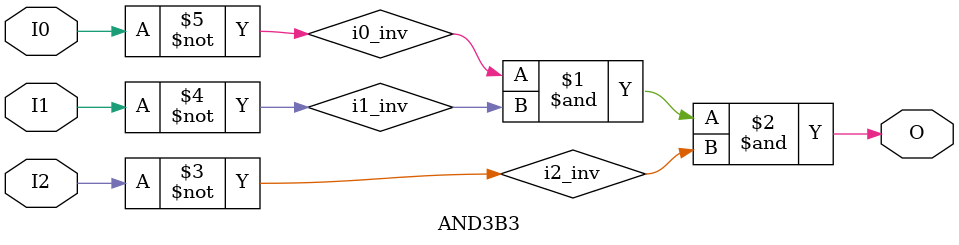
<source format=v>

/*

FUNCTION    : 3-INPUT AND GATE

*/

`celldefine
`timescale  100 ps / 10 ps

module AND3B3 (O, I0, I1, I2);

    output O;

    input  I0, I1, I2;

    not N2 (i2_inv, I2);
    not N1 (i1_inv, I1);
    not N0 (i0_inv, I0);
    and A1 (O, i0_inv, i1_inv, i2_inv);

endmodule

</source>
